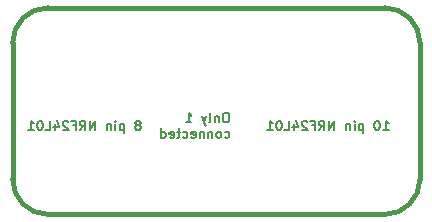
<source format=gbo>
%FSLAX34Y34*%
G04 Gerber Fmt 3.4, Leading zero omitted, Abs format*
G04 (created by PCBNEW (2014-03-19 BZR 4756)-product) date Tue 03 Jun 2014 23:20:07 BST*
%MOIN*%
G01*
G70*
G90*
G04 APERTURE LIST*
%ADD10C,0.005906*%
%ADD11C,0.015000*%
%ADD12C,0.007874*%
%ADD13C,0.007875*%
G04 APERTURE END LIST*
G54D10*
G54D11*
X56535Y-39566D02*
X67756Y-39566D01*
X55354Y-45275D02*
X55354Y-40747D01*
X56535Y-46456D02*
X67756Y-46456D01*
X68937Y-45275D02*
X68937Y-40747D01*
X55354Y-45275D02*
G75*
G03X56535Y-46456I1181J0D01*
G74*
G01*
X56535Y-39566D02*
G75*
G03X55354Y-40747I0J-1181D01*
G74*
G01*
X67756Y-46456D02*
G75*
G03X68937Y-45275I0J1181D01*
G74*
G01*
X68937Y-40747D02*
G75*
G03X67756Y-39566I-1181J0D01*
G74*
G01*
G54D12*
X62503Y-43071D02*
X62443Y-43071D01*
X62413Y-43086D01*
X62383Y-43116D01*
X62368Y-43176D01*
X62368Y-43281D01*
X62383Y-43341D01*
X62413Y-43371D01*
X62443Y-43386D01*
X62503Y-43386D01*
X62533Y-43371D01*
X62563Y-43341D01*
X62578Y-43281D01*
X62578Y-43176D01*
X62563Y-43116D01*
X62533Y-43086D01*
X62503Y-43071D01*
X62233Y-43176D02*
X62233Y-43386D01*
X62233Y-43206D02*
X62218Y-43191D01*
X62188Y-43176D01*
X62143Y-43176D01*
X62113Y-43191D01*
X62098Y-43221D01*
X62098Y-43386D01*
X61903Y-43386D02*
X61933Y-43371D01*
X61948Y-43341D01*
X61948Y-43071D01*
X61813Y-43176D02*
X61738Y-43386D01*
X61663Y-43176D02*
X61738Y-43386D01*
X61768Y-43461D01*
X61783Y-43476D01*
X61813Y-43491D01*
X61138Y-43386D02*
X61318Y-43386D01*
X61228Y-43386D02*
X61228Y-43071D01*
X61258Y-43116D01*
X61288Y-43146D01*
X61318Y-43161D01*
X62428Y-43890D02*
X62458Y-43905D01*
X62518Y-43905D01*
X62548Y-43890D01*
X62563Y-43875D01*
X62578Y-43845D01*
X62578Y-43755D01*
X62563Y-43725D01*
X62548Y-43710D01*
X62518Y-43695D01*
X62458Y-43695D01*
X62428Y-43710D01*
X62248Y-43905D02*
X62278Y-43890D01*
X62293Y-43875D01*
X62308Y-43845D01*
X62308Y-43755D01*
X62293Y-43725D01*
X62278Y-43710D01*
X62248Y-43695D01*
X62203Y-43695D01*
X62173Y-43710D01*
X62158Y-43725D01*
X62143Y-43755D01*
X62143Y-43845D01*
X62158Y-43875D01*
X62173Y-43890D01*
X62203Y-43905D01*
X62248Y-43905D01*
X62008Y-43695D02*
X62008Y-43905D01*
X62008Y-43725D02*
X61993Y-43710D01*
X61963Y-43695D01*
X61918Y-43695D01*
X61888Y-43710D01*
X61873Y-43740D01*
X61873Y-43905D01*
X61723Y-43695D02*
X61723Y-43905D01*
X61723Y-43725D02*
X61708Y-43710D01*
X61678Y-43695D01*
X61633Y-43695D01*
X61603Y-43710D01*
X61588Y-43740D01*
X61588Y-43905D01*
X61318Y-43890D02*
X61348Y-43905D01*
X61408Y-43905D01*
X61438Y-43890D01*
X61453Y-43860D01*
X61453Y-43740D01*
X61438Y-43710D01*
X61408Y-43695D01*
X61348Y-43695D01*
X61318Y-43710D01*
X61303Y-43740D01*
X61303Y-43770D01*
X61453Y-43800D01*
X61033Y-43890D02*
X61063Y-43905D01*
X61123Y-43905D01*
X61153Y-43890D01*
X61168Y-43875D01*
X61183Y-43845D01*
X61183Y-43755D01*
X61168Y-43725D01*
X61153Y-43710D01*
X61123Y-43695D01*
X61063Y-43695D01*
X61033Y-43710D01*
X60943Y-43695D02*
X60823Y-43695D01*
X60898Y-43590D02*
X60898Y-43860D01*
X60883Y-43890D01*
X60853Y-43905D01*
X60823Y-43905D01*
X60598Y-43890D02*
X60628Y-43905D01*
X60688Y-43905D01*
X60718Y-43890D01*
X60733Y-43860D01*
X60733Y-43740D01*
X60718Y-43710D01*
X60688Y-43695D01*
X60628Y-43695D01*
X60598Y-43710D01*
X60583Y-43740D01*
X60583Y-43770D01*
X60733Y-43800D01*
X60313Y-43905D02*
X60313Y-43590D01*
X60313Y-43890D02*
X60343Y-43905D01*
X60403Y-43905D01*
X60433Y-43890D01*
X60448Y-43875D01*
X60463Y-43845D01*
X60463Y-43755D01*
X60448Y-43725D01*
X60433Y-43710D01*
X60403Y-43695D01*
X60343Y-43695D01*
X60313Y-43710D01*
G54D13*
X67713Y-43646D02*
X67893Y-43646D01*
X67803Y-43646D02*
X67803Y-43331D01*
X67833Y-43376D01*
X67863Y-43406D01*
X67893Y-43421D01*
X67518Y-43331D02*
X67488Y-43331D01*
X67458Y-43346D01*
X67443Y-43361D01*
X67428Y-43391D01*
X67413Y-43451D01*
X67413Y-43526D01*
X67428Y-43586D01*
X67443Y-43616D01*
X67458Y-43631D01*
X67488Y-43646D01*
X67518Y-43646D01*
X67548Y-43631D01*
X67563Y-43616D01*
X67578Y-43586D01*
X67593Y-43526D01*
X67593Y-43451D01*
X67578Y-43391D01*
X67563Y-43361D01*
X67548Y-43346D01*
X67518Y-43331D01*
X67038Y-43436D02*
X67038Y-43751D01*
X67038Y-43451D02*
X67008Y-43436D01*
X66948Y-43436D01*
X66918Y-43451D01*
X66903Y-43466D01*
X66888Y-43496D01*
X66888Y-43586D01*
X66903Y-43616D01*
X66918Y-43631D01*
X66948Y-43646D01*
X67008Y-43646D01*
X67038Y-43631D01*
X66753Y-43646D02*
X66753Y-43436D01*
X66753Y-43331D02*
X66768Y-43346D01*
X66753Y-43361D01*
X66738Y-43346D01*
X66753Y-43331D01*
X66753Y-43361D01*
X66603Y-43436D02*
X66603Y-43646D01*
X66603Y-43466D02*
X66588Y-43451D01*
X66558Y-43436D01*
X66513Y-43436D01*
X66483Y-43451D01*
X66468Y-43481D01*
X66468Y-43646D01*
X66078Y-43646D02*
X66078Y-43331D01*
X65898Y-43646D01*
X65898Y-43331D01*
X65568Y-43646D02*
X65673Y-43496D01*
X65748Y-43646D02*
X65748Y-43331D01*
X65628Y-43331D01*
X65598Y-43346D01*
X65583Y-43361D01*
X65568Y-43391D01*
X65568Y-43436D01*
X65583Y-43466D01*
X65598Y-43481D01*
X65628Y-43496D01*
X65748Y-43496D01*
X65328Y-43481D02*
X65433Y-43481D01*
X65433Y-43646D02*
X65433Y-43331D01*
X65283Y-43331D01*
X65178Y-43361D02*
X65163Y-43346D01*
X65133Y-43331D01*
X65058Y-43331D01*
X65028Y-43346D01*
X65013Y-43361D01*
X64998Y-43391D01*
X64998Y-43421D01*
X65013Y-43466D01*
X65193Y-43646D01*
X64998Y-43646D01*
X64728Y-43436D02*
X64728Y-43646D01*
X64803Y-43316D02*
X64878Y-43541D01*
X64683Y-43541D01*
X64413Y-43646D02*
X64563Y-43646D01*
X64563Y-43331D01*
X64248Y-43331D02*
X64218Y-43331D01*
X64188Y-43346D01*
X64173Y-43361D01*
X64158Y-43391D01*
X64143Y-43451D01*
X64143Y-43526D01*
X64158Y-43586D01*
X64173Y-43616D01*
X64188Y-43631D01*
X64218Y-43646D01*
X64248Y-43646D01*
X64278Y-43631D01*
X64293Y-43616D01*
X64308Y-43586D01*
X64323Y-43526D01*
X64323Y-43451D01*
X64308Y-43391D01*
X64293Y-43361D01*
X64278Y-43346D01*
X64248Y-43331D01*
X63843Y-43646D02*
X64023Y-43646D01*
X63933Y-43646D02*
X63933Y-43331D01*
X63963Y-43376D01*
X63993Y-43406D01*
X64023Y-43421D01*
X59565Y-43466D02*
X59595Y-43451D01*
X59610Y-43436D01*
X59625Y-43406D01*
X59625Y-43391D01*
X59610Y-43361D01*
X59595Y-43346D01*
X59565Y-43331D01*
X59505Y-43331D01*
X59475Y-43346D01*
X59460Y-43361D01*
X59445Y-43391D01*
X59445Y-43406D01*
X59460Y-43436D01*
X59475Y-43451D01*
X59505Y-43466D01*
X59565Y-43466D01*
X59595Y-43481D01*
X59610Y-43496D01*
X59625Y-43526D01*
X59625Y-43586D01*
X59610Y-43616D01*
X59595Y-43631D01*
X59565Y-43646D01*
X59505Y-43646D01*
X59475Y-43631D01*
X59460Y-43616D01*
X59445Y-43586D01*
X59445Y-43526D01*
X59460Y-43496D01*
X59475Y-43481D01*
X59505Y-43466D01*
X59070Y-43436D02*
X59070Y-43751D01*
X59070Y-43451D02*
X59040Y-43436D01*
X58980Y-43436D01*
X58950Y-43451D01*
X58935Y-43466D01*
X58920Y-43496D01*
X58920Y-43586D01*
X58935Y-43616D01*
X58950Y-43631D01*
X58980Y-43646D01*
X59040Y-43646D01*
X59070Y-43631D01*
X58785Y-43646D02*
X58785Y-43436D01*
X58785Y-43331D02*
X58800Y-43346D01*
X58785Y-43361D01*
X58770Y-43346D01*
X58785Y-43331D01*
X58785Y-43361D01*
X58635Y-43436D02*
X58635Y-43646D01*
X58635Y-43466D02*
X58620Y-43451D01*
X58590Y-43436D01*
X58545Y-43436D01*
X58515Y-43451D01*
X58500Y-43481D01*
X58500Y-43646D01*
X58110Y-43646D02*
X58110Y-43331D01*
X57930Y-43646D01*
X57930Y-43331D01*
X57600Y-43646D02*
X57705Y-43496D01*
X57780Y-43646D02*
X57780Y-43331D01*
X57660Y-43331D01*
X57630Y-43346D01*
X57615Y-43361D01*
X57600Y-43391D01*
X57600Y-43436D01*
X57615Y-43466D01*
X57630Y-43481D01*
X57660Y-43496D01*
X57780Y-43496D01*
X57360Y-43481D02*
X57465Y-43481D01*
X57465Y-43646D02*
X57465Y-43331D01*
X57315Y-43331D01*
X57210Y-43361D02*
X57195Y-43346D01*
X57165Y-43331D01*
X57090Y-43331D01*
X57060Y-43346D01*
X57045Y-43361D01*
X57030Y-43391D01*
X57030Y-43421D01*
X57045Y-43466D01*
X57225Y-43646D01*
X57030Y-43646D01*
X56760Y-43436D02*
X56760Y-43646D01*
X56835Y-43316D02*
X56910Y-43541D01*
X56715Y-43541D01*
X56445Y-43646D02*
X56595Y-43646D01*
X56595Y-43331D01*
X56280Y-43331D02*
X56250Y-43331D01*
X56220Y-43346D01*
X56205Y-43361D01*
X56190Y-43391D01*
X56175Y-43451D01*
X56175Y-43526D01*
X56190Y-43586D01*
X56205Y-43616D01*
X56220Y-43631D01*
X56250Y-43646D01*
X56280Y-43646D01*
X56310Y-43631D01*
X56325Y-43616D01*
X56340Y-43586D01*
X56355Y-43526D01*
X56355Y-43451D01*
X56340Y-43391D01*
X56325Y-43361D01*
X56310Y-43346D01*
X56280Y-43331D01*
X55875Y-43646D02*
X56055Y-43646D01*
X55965Y-43646D02*
X55965Y-43331D01*
X55995Y-43376D01*
X56025Y-43406D01*
X56055Y-43421D01*
M02*

</source>
